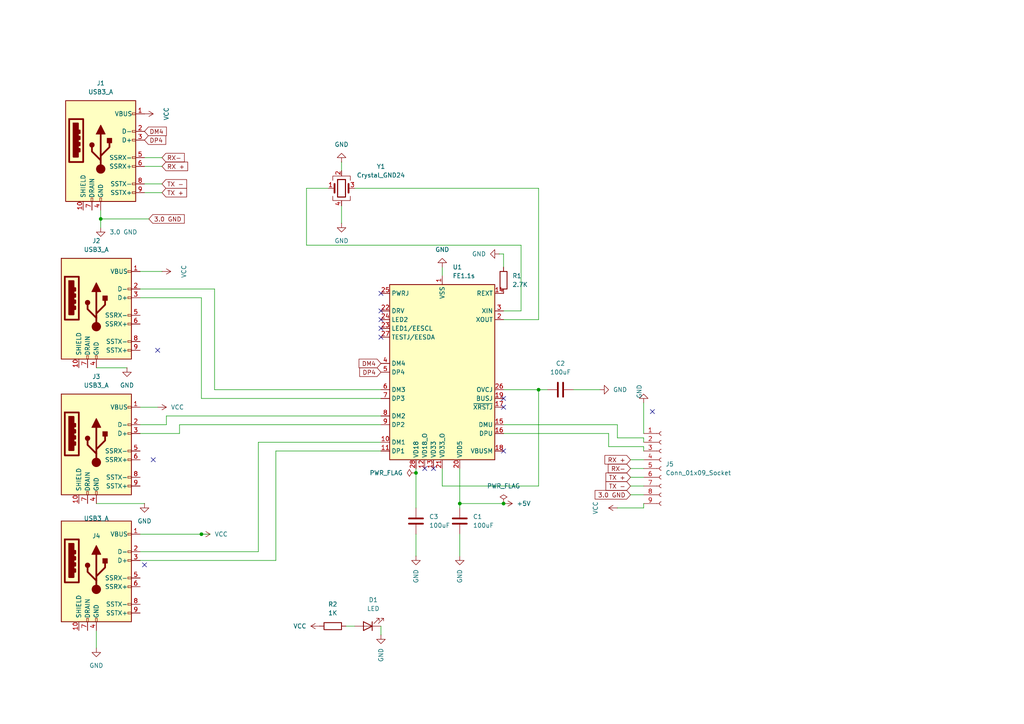
<source format=kicad_sch>
(kicad_sch (version 20231120) (generator "eeschema") (generator_version "8.0")
  (paper "A4")
  (lib_symbols
    (symbol "Connector:Conn_01x09_Socket" (pin_names (offset 1.016) hide)
      (property "Reference" "J" (at 0 12.7 0))
      (property "Value" "Conn_01x09_Socket" (at 0 -12.7 0))
      (symbol "Conn_01x09_Socket_1_1"
        (arc (start 0 -9.652) (mid -0.5058 -10.16) (end 0 -10.668) (stroke (width 0.1524)))
        (arc (start 0 -7.112) (mid -0.5058 -7.62) (end 0 -8.128) (stroke (width 0.1524)))
        (arc (start 0 -4.572) (mid -0.5058 -5.08) (end 0 -5.588) (stroke (width 0.1524)))
        (arc (start 0 -2.032) (mid -0.5058 -2.54) (end 0 -3.048) (stroke (width 0.1524)))
        (polyline (pts (xy -1.27 -10.16) (xy -0.508 -10.16)) (stroke (width 0.1524)))
        (polyline (pts (xy -1.27 -7.62) (xy -0.508 -7.62)) (stroke (width 0.1524)))
        (polyline (pts (xy -1.27 -5.08) (xy -0.508 -5.08)) (stroke (width 0.1524)))
        (polyline (pts (xy -1.27 -2.54) (xy -0.508 -2.54)) (stroke (width 0.1524)))
        (polyline (pts (xy -1.27 0) (xy -0.508 0)) (stroke (width 0.1524)))
        (polyline (pts (xy -1.27 2.54) (xy -0.508 2.54)) (stroke (width 0.1524)))
        (polyline (pts (xy -1.27 5.08) (xy -0.508 5.08)) (stroke (width 0.1524)))
        (polyline (pts (xy -1.27 7.62) (xy -0.508 7.62)) (stroke (width 0.1524)))
        (polyline (pts (xy -1.27 10.16) (xy -0.508 10.16)) (stroke (width 0.1524)))
        (arc (start 0 0.508) (mid -0.5058 0) (end 0 -0.508) (stroke (width 0.1524)))
        (arc (start 0 3.048) (mid -0.5058 2.54) (end 0 2.032) (stroke (width 0.1524)))
        (arc (start 0 5.588) (mid -0.5058 5.08) (end 0 4.572) (stroke (width 0.1524)))
        (arc (start 0 8.128) (mid -0.5058 7.62) (end 0 7.112) (stroke (width 0.1524)))
        (arc (start 0 10.668) (mid -0.5058 10.16) (end 0 9.652) (stroke (width 0.1524)))
        (pin passive line (at -5.08 10.16 0) (length 3.81) (name "Pin_1") (number "1"))
        (pin passive line (at -5.08 7.62 0) (length 3.81) (name "Pin_2") (number "2"))
        (pin passive line (at -5.08 5.08 0) (length 3.81) (name "Pin_3") (number "3"))
        (pin passive line (at -5.08 2.54 0) (length 3.81) (name "Pin_4") (number "4"))
        (pin passive line (at -5.08 0 0) (length 3.81) (name "Pin_5") (number "5"))
        (pin passive line (at -5.08 -2.54 0) (length 3.81) (name "Pin_6") (number "6"))
        (pin passive line (at -5.08 -5.08 0) (length 3.81) (name "Pin_7") (number "7"))
        (pin passive line (at -5.08 -7.62 0) (length 3.81) (name "Pin_8") (number "8"))
        (pin passive line (at -5.08 -10.16 0) (length 3.81) (name "Pin_9") (number "9"))
      )
    )
    (symbol "Connector:USB3_A" (pin_names (offset 1.016))
      (property "Reference" "J" (at -10.16 15.24 0))
      (property "Value" "USB3_A" (at 10.16 15.24 0))
      (symbol "USB3_A_0_0"
        (rectangle (start -9.144 8.636) (end -5.08 -3.81) (stroke (width 0.508)))
        (rectangle (start -7.874 7.366) (end -6.604 -2.286) (stroke (width 0.508)) (fill (type outline)))
        (rectangle (start -6.35 0) (end -6.096 -0.762) (stroke (width 0.508)))
        (rectangle (start -6.35 1.778) (end -6.096 1.016) (stroke (width 0.508)))
        (rectangle (start -6.35 3.556) (end -6.096 2.794) (stroke (width 0.508)))
        (rectangle (start -6.35 5.334) (end -6.096 4.572) (stroke (width 0.508)))
        (rectangle (start -2.794 -15.24) (end -2.286 -14.224))
        (rectangle (start -0.254 -15.24) (end 0.254 -14.224))
        (rectangle (start 10.16 -12.446) (end 9.144 -12.954))
        (rectangle (start 10.16 -9.906) (end 9.144 -10.414))
        (rectangle (start 10.16 -4.826) (end 9.144 -5.334))
        (rectangle (start 10.16 -2.286) (end 9.144 -2.794))
        (rectangle (start 10.16 2.794) (end 9.144 2.286))
        (rectangle (start 10.16 5.334) (end 9.144 4.826))
        (rectangle (start 10.16 10.414) (end 9.144 9.906))
      )
      (symbol "USB3_A_0_1"
        (rectangle (start -10.16 13.97) (end 10.16 -15.24) (stroke (width 0.254)) (fill (type background)))
      )
      (symbol "USB3_A_1_1"
        (circle (center -2.54 1.143) (radius 0.635) (stroke (width 0.254)) (fill (type outline)))
        (circle (center 0 -5.842) (radius 1.27) (fill (type outline)))
        (polyline (pts (xy 0 -5.842) (xy 0 4.318)) (stroke (width 0.508)))
        (polyline (pts (xy 0 -3.302) (xy -2.54 -0.762) (xy -2.54 0.508)) (stroke (width 0.508)))
        (polyline (pts (xy 0 -2.032) (xy 2.54 0.508) (xy 2.54 1.778)) (stroke (width 0.508)))
        (polyline (pts (xy -1.27 4.318) (xy 0 6.858) (xy 1.27 4.318) (xy -1.27 4.318)) (stroke (width 0.254)) (fill (type outline)))
        (rectangle (start 1.905 1.778) (end 3.175 3.048) (stroke (width 0.254)) (fill (type outline)))
        (pin power_in line (at 12.7 10.16 180) (length 2.54) (name "VBUS") (number "1"))
        (pin passive line (at -5.08 -17.78 90) (length 2.54) (name "SHIELD") (number "10"))
        (pin bidirectional line (at 12.7 5.08 180) (length 2.54) (name "D-") (number "2"))
        (pin bidirectional line (at 12.7 2.54 180) (length 2.54) (name "D+") (number "3"))
        (pin power_in line (at 0 -17.78 90) (length 2.54) (name "GND") (number "4"))
        (pin output line (at 12.7 -2.54 180) (length 2.54) (name "SSRX-") (number "5"))
        (pin output line (at 12.7 -5.08 180) (length 2.54) (name "SSRX+") (number "6"))
        (pin passive line (at -2.54 -17.78 90) (length 2.54) (name "DRAIN") (number "7"))
        (pin input line (at 12.7 -10.16 180) (length 2.54) (name "SSTX-") (number "8"))
        (pin input line (at 12.7 -12.7 180) (length 2.54) (name "SSTX+") (number "9"))
      )
    )
    (symbol "Device:C" (pin_numbers hide) (pin_names (offset 0.254))
      (property "Reference" "C" (at 0.635 2.54 0))
      (property "Value" "C" (at 0.635 -2.54 0))
      (symbol "C_0_1"
        (polyline (pts (xy -2.032 -0.762) (xy 2.032 -0.762)) (stroke (width 0.508)))
        (polyline (pts (xy -2.032 0.762) (xy 2.032 0.762)) (stroke (width 0.508)))
      )
      (symbol "C_1_1"
        (pin passive line (at 0 3.81 270) (length 2.794) (name "~") (number "1"))
        (pin passive line (at 0 -3.81 90) (length 2.794) (name "~") (number "2"))
      )
    )
    (symbol "Device:Crystal_GND24" (pin_names (offset 1.016) hide)
      (property "Reference" "Y" (at 3.175 5.08 0))
      (property "Value" "Crystal_GND24" (at 3.175 3.175 0))
      (symbol "Crystal_GND24_0_1"
        (rectangle (start -1.143 2.54) (end 1.143 -2.54) (stroke (width 0.3048)))
        (polyline (pts (xy -2.54 0) (xy -2.032 0)))
        (polyline (pts (xy -2.032 -1.27) (xy -2.032 1.27)) (stroke (width 0.508)))
        (polyline (pts (xy 0 -3.81) (xy 0 -3.556)))
        (polyline (pts (xy 0 3.556) (xy 0 3.81)))
        (polyline (pts (xy 2.032 -1.27) (xy 2.032 1.27)) (stroke (width 0.508)))
        (polyline (pts (xy 2.032 0) (xy 2.54 0)))
        (polyline (pts (xy -2.54 -2.286) (xy -2.54 -3.556) (xy 2.54 -3.556) (xy 2.54 -2.286)))
        (polyline (pts (xy -2.54 2.286) (xy -2.54 3.556) (xy 2.54 3.556) (xy 2.54 2.286)))
      )
      (symbol "Crystal_GND24_1_1"
        (pin passive line (at -3.81 0 0) (length 1.27) (name "1") (number "1"))
        (pin passive line (at 0 5.08 270) (length 1.27) (name "2") (number "2"))
        (pin passive line (at 3.81 0 180) (length 1.27) (name "3") (number "3"))
        (pin passive line (at 0 -5.08 90) (length 1.27) (name "4") (number "4"))
      )
    )
    (symbol "Device:LED" (pin_numbers hide) (pin_names (offset 1.016) hide)
      (property "Reference" "D" (at 0 2.54 0))
      (property "Value" "LED" (at 0 -2.54 0))
      (symbol "LED_0_1"
        (polyline (pts (xy -1.27 -1.27) (xy -1.27 1.27)) (stroke (width 0.254)))
        (polyline (pts (xy -1.27 0) (xy 1.27 0)))
        (polyline (pts (xy 1.27 -1.27) (xy 1.27 1.27) (xy -1.27 0) (xy 1.27 -1.27)) (stroke (width 0.254)))
        (polyline (pts (xy -3.048 -0.762) (xy -4.572 -2.286) (xy -3.81 -2.286) (xy -4.572 -2.286) (xy -4.572 -1.524)))
        (polyline (pts (xy -1.778 -0.762) (xy -3.302 -2.286) (xy -2.54 -2.286) (xy -3.302 -2.286) (xy -3.302 -1.524)))
      )
      (symbol "LED_1_1"
        (pin passive line (at -3.81 0 0) (length 2.54) (name "K") (number "1"))
        (pin passive line (at 3.81 0 180) (length 2.54) (name "A") (number "2"))
      )
    )
    (symbol "Device:R" (pin_numbers hide) (pin_names (offset 0))
      (property "Reference" "R" (at 2.032 0 90))
      (property "Value" "R" (at 0 0 90))
      (symbol "R_0_1"
        (rectangle (start -1.016 -2.54) (end 1.016 2.54) (stroke (width 0.254)))
      )
      (symbol "R_1_1"
        (pin passive line (at 0 3.81 270) (length 1.27) (name "~") (number "1"))
        (pin passive line (at 0 -3.81 90) (length 1.27) (name "~") (number "2"))
      )
    )
    (symbol "Interface_USB:FE1.1s"
      (property "Reference" "U" (at -11.43 26.67 0))
      (property "Value" "FE1.1s" (at 12.7 27.94 0))
      (symbol "FE1.1s_0_1"
        (rectangle (start -15.24 25.4) (end 15.24 -25.4) (stroke (width 0.254)) (fill (type background)))
      )
      (symbol "FE1.1s_1_1"
        (pin power_in line (at 0 -27.94 90) (length 2.54) (name "VSS") (number "1"))
        (pin bidirectional line (at 17.78 20.32 180) (length 2.54) (name "DM1") (number "10"))
        (pin bidirectional line (at 17.78 22.86 180) (length 2.54) (name "DP1") (number "11"))
        (pin power_out line (at 5.08 27.94 270) (length 2.54) (name "VD18_O") (number "12"))
        (pin power_in line (at 2.54 27.94 270) (length 2.54) (name "VD33") (number "13"))
        (pin passive line (at -17.78 -22.86 0) (length 2.54) (name "REXT") (number "14"))
        (pin bidirectional line (at -17.78 15.24 0) (length 2.54) (name "DMU") (number "15"))
        (pin bidirectional line (at -17.78 17.78 0) (length 2.54) (name "DPU") (number "16"))
        (pin input line (at -17.78 10.16 0) (length 2.54) (name "~{XRSTJ}") (number "17"))
        (pin input line (at -17.78 22.86 0) (length 2.54) (name "VBUSM") (number "18"))
        (pin input line (at -17.78 7.62 0) (length 2.54) (name "BUSJ") (number "19"))
        (pin output line (at -17.78 -15.24 0) (length 2.54) (name "XOUT") (number "2"))
        (pin power_in line (at -5.08 27.94 270) (length 2.54) (name "VDD5") (number "20"))
        (pin power_out line (at 0 27.94 270) (length 2.54) (name "VD33_O") (number "21"))
        (pin bidirectional line (at 17.78 -17.78 180) (length 2.54) (name "DRV") (number "22"))
        (pin bidirectional line (at 17.78 -12.7 180) (length 2.54) (name "LED1/EESCL") (number "23"))
        (pin bidirectional line (at 17.78 -15.24 180) (length 2.54) (name "LED2") (number "24"))
        (pin output line (at 17.78 -22.86 180) (length 2.54) (name "PWRJ") (number "25"))
        (pin input line (at -17.78 5.08 0) (length 2.54) (name "OVCJ") (number "26"))
        (pin bidirectional line (at 17.78 -10.16 180) (length 2.54) (name "TESTJ/EESDA") (number "27"))
        (pin power_in line (at 7.62 27.94 270) (length 2.54) (name "VD18") (number "28"))
        (pin input line (at -17.78 -17.78 0) (length 2.54) (name "XIN") (number "3"))
        (pin bidirectional line (at 17.78 -2.54 180) (length 2.54) (name "DM4") (number "4"))
        (pin bidirectional line (at 17.78 0 180) (length 2.54) (name "DP4") (number "5"))
        (pin bidirectional line (at 17.78 5.08 180) (length 2.54) (name "DM3") (number "6"))
        (pin bidirectional line (at 17.78 7.62 180) (length 2.54) (name "DP3") (number "7"))
        (pin bidirectional line (at 17.78 12.7 180) (length 2.54) (name "DM2") (number "8"))
        (pin bidirectional line (at 17.78 15.24 180) (length 2.54) (name "DP2") (number "9"))
      )
    )
    (symbol "power:GND" (power) (pin_numbers hide) (pin_names (offset 0) hide)
      (property "Value" "GND" (at 0 -3.81 0))
      (symbol "GND_0_1"
        (polyline (pts (xy 0 0) (xy 0 -1.27) (xy 1.27 -1.27) (xy 0 -2.54) (xy -1.27 -1.27) (xy 0 -1.27)))
      )
      (symbol "GND_1_1"
        (pin power_in line (at 0 0 270) (length 0) (name "~") (number "1"))
      )
    )
    (symbol "power:PWR_FLAG" (power) (pin_numbers hide) (pin_names (offset 0) hide)
      (property "Value" "PWR_FLAG" (at 0 3.81 0))
      (symbol "PWR_FLAG_0_0"
        (pin power_out line (at 0 0 90) (length 0) (name "~") (number "1"))
      )
      (symbol "PWR_FLAG_0_1"
        (polyline (pts (xy 0 0) (xy 0 1.27) (xy -1.016 1.905) (xy 0 2.54) (xy 1.016 1.905) (xy 0 1.27)))
      )
    )
    (symbol "power:VCC" (power) (pin_numbers hide) (pin_names (offset 0) hide)
      (property "Value" "VCC" (at 0 3.556 0))
      (symbol "VCC_0_1"
        (polyline (pts (xy -0.762 1.27) (xy 0 2.54)))
        (polyline (pts (xy 0 0) (xy 0 2.54)))
        (polyline (pts (xy 0 2.54) (xy 0.762 1.27)))
      )
      (symbol "VCC_1_1"
        (pin power_in line (at 0 0 90) (length 0) (name "~") (number "1"))
      )
    )
  )
  (junction (at 120.65 137.16))
  (junction (at 29.21 63.5))
  (junction (at 133.35 146.05))
  (junction (at 156.21 113.03))
  (junction (at 58.42 154.94))
  (junction (at 146.05 146.05))
  (no_connect (at 146.05 118.11))
  (no_connect (at 110.49 90.17))
  (no_connect (at 146.05 130.81))
  (no_connect (at 41.91 163.83))
  (no_connect (at 110.49 97.79))
  (no_connect (at 125.73 135.89))
  (no_connect (at 45.72 101.6))
  (no_connect (at 189.23 119.38))
  (no_connect (at 44.45 133.35))
  (no_connect (at 110.49 95.25))
  (no_connect (at 146.05 115.57))
  (no_connect (at 123.19 135.89))
  (no_connect (at 110.49 85.09))
  (no_connect (at 110.49 92.71))
  (wire (pts (xy 41.91 48.26) (xy 46.99 48.26)))
  (wire (pts (xy 80.01 130.81) (xy 110.49 130.81)))
  (wire (pts (xy 120.65 154.94) (xy 120.65 161.29)))
  (wire (pts (xy 182.88 140.97) (xy 186.69 140.97)))
  (wire (pts (xy 182.88 133.35) (xy 186.69 133.35)))
  (wire (pts (xy 146.05 92.71) (xy 156.21 92.71)))
  (wire (pts (xy 133.35 135.89) (xy 133.35 146.05)))
  (wire (pts (xy 146.05 90.17) (xy 151.13 90.17)))
  (wire (pts (xy 133.35 146.05) (xy 133.35 147.32)))
  (wire (pts (xy 27.94 106.68) (xy 36.83 106.68)))
  (wire (pts (xy 182.88 135.89) (xy 186.69 135.89)))
  (wire (pts (xy 156.21 140.97) (xy 156.21 113.03)))
  (wire (pts (xy 156.21 113.03) (xy 158.75 113.03)))
  (wire (pts (xy 27.94 146.05) (xy 41.91 146.05)))
  (wire (pts (xy 166.37 113.03) (xy 173.99 113.03)))
  (wire (pts (xy 40.64 83.82) (xy 62.23 83.82)))
  (wire (pts (xy 41.91 45.72) (xy 46.99 45.72)))
  (wire (pts (xy 179.07 147.32) (xy 186.69 147.32)))
  (wire (pts (xy 40.64 123.19) (xy 48.26 123.19)))
  (wire (pts (xy 74.93 128.27) (xy 110.49 128.27)))
  (wire (pts (xy 95.25 54.61) (xy 88.9 54.61)))
  (wire (pts (xy 146.05 73.66) (xy 146.05 77.47)))
  (wire (pts (xy 120.65 137.16) (xy 120.65 147.32)))
  (wire (pts (xy 120.65 135.89) (xy 120.65 137.16)))
  (wire (pts (xy 60.96 154.94) (xy 58.42 154.94)))
  (wire (pts (xy 133.35 154.94) (xy 133.35 161.29)))
  (wire (pts (xy 40.64 162.56) (xy 80.01 162.56)))
  (wire (pts (xy 99.06 46.99) (xy 99.06 49.53)))
  (wire (pts (xy 52.07 123.19) (xy 110.49 123.19)))
  (wire (pts (xy 29.21 66.04) (xy 29.21 63.5)))
  (wire (pts (xy 186.69 116.84) (xy 186.69 125.73)))
  (wire (pts (xy 100.33 181.61) (xy 102.87 181.61)))
  (wire (pts (xy 40.64 86.36) (xy 58.42 86.36)))
  (wire (pts (xy 128.27 77.47) (xy 128.27 80.01)))
  (wire (pts (xy 40.64 154.94) (xy 58.42 154.94)))
  (wire (pts (xy 110.49 181.61) (xy 110.49 184.15)))
  (wire (pts (xy 176.53 125.73) (xy 176.53 129.54)))
  (wire (pts (xy 74.93 160.02) (xy 74.93 128.27)))
  (wire (pts (xy 58.42 115.57) (xy 110.49 115.57)))
  (wire (pts (xy 99.06 59.69) (xy 99.06 64.77)))
  (wire (pts (xy 182.88 143.51) (xy 186.69 143.51)))
  (wire (pts (xy 40.64 125.73) (xy 52.07 125.73)))
  (wire (pts (xy 41.91 53.34) (xy 46.99 53.34)))
  (wire (pts (xy 40.64 78.74) (xy 46.99 78.74)))
  (wire (pts (xy 176.53 129.54) (xy 186.69 129.54)))
  (wire (pts (xy 80.01 162.56) (xy 80.01 130.81)))
  (wire (pts (xy 146.05 113.03) (xy 156.21 113.03)))
  (wire (pts (xy 133.35 146.05) (xy 146.05 146.05)))
  (wire (pts (xy 179.07 123.19) (xy 179.07 127)))
  (wire (pts (xy 144.78 73.66) (xy 146.05 73.66)))
  (wire (pts (xy 48.26 120.65) (xy 110.49 120.65)))
  (wire (pts (xy 29.21 63.5) (xy 43.18 63.5)))
  (wire (pts (xy 146.05 123.19) (xy 179.07 123.19)))
  (wire (pts (xy 128.27 140.97) (xy 156.21 140.97)))
  (wire (pts (xy 151.13 71.12) (xy 151.13 90.17)))
  (wire (pts (xy 186.69 127) (xy 186.69 128.27)))
  (wire (pts (xy 62.23 83.82) (xy 62.23 113.03)))
  (wire (pts (xy 40.64 118.11) (xy 45.72 118.11)))
  (wire (pts (xy 29.21 63.5) (xy 29.21 60.96)))
  (wire (pts (xy 41.91 55.88) (xy 46.99 55.88)))
  (wire (pts (xy 186.69 147.32) (xy 186.69 146.05)))
  (wire (pts (xy 48.26 123.19) (xy 48.26 120.65)))
  (wire (pts (xy 102.87 54.61) (xy 156.21 54.61)))
  (wire (pts (xy 179.07 127) (xy 186.69 127)))
  (wire (pts (xy 156.21 54.61) (xy 156.21 92.71)))
  (wire (pts (xy 58.42 86.36) (xy 58.42 115.57)))
  (wire (pts (xy 186.69 129.54) (xy 186.69 130.81)))
  (wire (pts (xy 88.9 54.61) (xy 88.9 71.12)))
  (wire (pts (xy 88.9 71.12) (xy 151.13 71.12)))
  (wire (pts (xy 128.27 135.89) (xy 128.27 140.97)))
  (wire (pts (xy 40.64 160.02) (xy 74.93 160.02)))
  (wire (pts (xy 52.07 125.73) (xy 52.07 123.19)))
  (wire (pts (xy 182.88 138.43) (xy 186.69 138.43)))
  (wire (pts (xy 62.23 113.03) (xy 110.49 113.03)))
  (wire (pts (xy 146.05 125.73) (xy 176.53 125.73)))
  (wire (pts (xy 27.94 182.88) (xy 27.94 187.96)))
  (global_label "3.0 GND" (shape input) (at 182.88 143.51 180) (property "Intersheetrefs" "${INTERSHEET_REFS}" (effects (hide yes))))
  (global_label "RX +" (shape input) (at 46.99 48.26 0) (property "Intersheetrefs" "${INTERSHEET_REFS}" (effects (hide yes))))
  (global_label "DM4" (shape input) (at 110.49 105.41 180) (property "Intersheetrefs" "${INTERSHEET_REFS}" (effects (hide yes))))
  (global_label "TX +" (shape input) (at 182.88 138.43 180) (property "Intersheetrefs" "${INTERSHEET_REFS}" (effects (hide yes))))
  (global_label "TX -" (shape input) (at 46.99 53.34 0) (property "Intersheetrefs" "${INTERSHEET_REFS}" (effects (hide yes))))
  (global_label "DM4" (shape input) (at 41.91 38.1 0) (property "Intersheetrefs" "${INTERSHEET_REFS}" (effects (hide yes))))
  (global_label "TX +" (shape input) (at 46.99 55.88 0) (property "Intersheetrefs" "${INTERSHEET_REFS}" (effects (hide yes))))
  (global_label "RX-" (shape input) (at 46.99 45.72 0) (property "Intersheetrefs" "${INTERSHEET_REFS}" (effects (hide yes))))
  (global_label "DP4" (shape input) (at 110.49 107.95 180) (property "Intersheetrefs" "${INTERSHEET_REFS}" (effects (hide yes))))
  (global_label "TX -" (shape input) (at 182.88 140.97 180) (property "Intersheetrefs" "${INTERSHEET_REFS}" (effects (hide yes))))
  (global_label "DP4" (shape input) (at 41.91 40.64 0) (property "Intersheetrefs" "${INTERSHEET_REFS}" (effects (hide yes))))
  (global_label "3.0 GND" (shape input) (at 43.18 63.5 0) (property "Intersheetrefs" "${INTERSHEET_REFS}" (effects (hide yes))))
  (global_label "RX +" (shape input) (at 182.88 133.35 180) (property "Intersheetrefs" "${INTERSHEET_REFS}" (effects (hide yes))))
  (global_label "RX-" (shape input) (at 182.88 135.89 180) (property "Intersheetrefs" "${INTERSHEET_REFS}" (effects (hide yes))))
  (symbol (lib_id "power:VCC") (at 45.72 118.11 270) (unit 1)
    (property "Reference" "#PWR014" (effects (hide yes)))
    (property "Value" "VCC" (at 49.53 118.1099 90) (effects (justify left)))
    (property "Description" "Power symbol creates a global label with name \"VCC\"" (effects (hide yes)))
  )
  (symbol (lib_id "power:PWR_FLAG") (at 120.65 137.16 90) (unit 1)
    (property "Reference" "#FLG03" (effects (hide yes)))
    (property "Value" "PWR_FLAG" (at 116.84 137.1599 90) (effects (justify left)))
    (property "Description" "Special symbol for telling ERC where power comes from" (effects (hide yes)))
  )
  (symbol (lib_id "power:GND") (at 110.49 184.15 0) (unit 1)
    (property "Reference" "#PWR018" (effects (hide yes)))
    (property "Value" "GND" (at 110.4901 187.96 90) (effects (justify right)))
    (property "Description" "Power symbol creates a global label with name \"GND\" , ground" (effects (hide yes)))
  )
  (symbol (lib_id "Device:C") (at 120.65 151.13 0) (unit 1)
    (property "Reference" "C3" (at 124.46 149.8599 0) (effects (justify left)))
    (property "Value" "100uF" (at 124.46 152.3999 0) (effects (justify left)))
    (property "Footprint" "Capacitor_SMD:C_1206_3216Metric_Pad1.33x1.80mm_HandSolder" (effects (hide yes)))
    (property "Description" "Unpolarized capacitor" (effects (hide yes)))
  )
  (symbol (lib_id "Interface_USB:FE1.1s") (at 128.27 107.95 180) (unit 1)
    (property "Reference" "U1" (at 131.2865 77.47 0) (effects (justify right)))
    (property "Value" "FE1.1s" (at 131.2865 80.01 0) (effects (justify right)))
    (property "Footprint" "Package_SO:SSOP-28_3.9x9.9mm_P0.635mm" (effects (hide yes)))
    (property "Datasheet" "https://cdn-shop.adafruit.com/product-files/2991/FE1.1s+Data+Sheet+(Rev.+1.0).pdf" (effects (hide yes)))
    (property "Description" "USB 2.0 High Speed 4-Port Hub Controller, SSOP-28" (effects (hide yes)))
  )
  (symbol (lib_id "power:VCC") (at 179.07 147.32 90) (unit 1)
    (property "Reference" "#PWR019" (effects (hide yes)))
    (property "Value" "VCC" (at 172.72 147.32 0))
    (property "Description" "Power symbol creates a global label with name \"VCC\"" (effects (hide yes)))
  )
  (symbol (lib_id "power:GND") (at 144.78 73.66 270) (unit 1)
    (property "Reference" "#PWR09" (effects (hide yes)))
    (property "Value" "GND" (at 140.97 73.6599 90) (effects (justify right)))
    (property "Description" "Power symbol creates a global label with name \"GND\" , ground" (effects (hide yes)))
  )
  (symbol (lib_id "power:PWR_FLAG") (at 146.05 146.05 0) (unit 1)
    (property "Reference" "#FLG02" (effects (hide yes)))
    (property "Value" "PWR_FLAG" (at 146.05 140.97 0))
    (property "Description" "Special symbol for telling ERC where power comes from" (effects (hide yes)))
  )
  (symbol (lib_id "Connector:Conn_01x09_Socket") (at 191.77 135.89 0) (unit 1)
    (property "Reference" "J5" (at 193.04 134.6199 0) (effects (justify left)))
    (property "Value" "Conn_01x09_Socket" (at 193.04 137.1599 0) (effects (justify left)))
    (property "Footprint" "Connector_PinSocket_2.54mm:PinSocket_1x09_P2.54mm_Vertical_SMD_Pin1Left" (effects (hide yes)))
    (property "Description" "Generic connector, single row, 01x09, script generated" (effects (hide yes)))
  )
  (symbol (lib_id "Device:C") (at 162.56 113.03 90) (unit 1)
    (property "Reference" "C2" (at 162.56 105.41 90))
    (property "Value" "100uF" (at 162.56 107.95 90))
    (property "Footprint" "Capacitor_SMD:C_1206_3216Metric_Pad1.33x1.80mm_HandSolder" (effects (hide yes)))
    (property "Description" "Unpolarized capacitor" (effects (hide yes)))
  )
  (symbol (lib_id "power:GND") (at 186.69 116.84 180) (unit 1)
    (property "Reference" "#PWR016" (effects (hide yes)))
    (property "Value" "GND" (at 185.42 113.538 90))
    (property "Description" "Power symbol creates a global label with name \"GND\" , ground" (effects (hide yes)))
  )
  (symbol (lib_id "power:VCC") (at 46.99 78.74 270) (unit 1)
    (property "Reference" "#PWR013" (effects (hide yes)))
    (property "Value" "VCC" (at 53.34 78.74 0))
    (property "Description" "Power symbol creates a global label with name \"VCC\"" (effects (hide yes)))
  )
  (symbol (lib_id "power:GND") (at 99.06 64.77 0) (unit 1)
    (property "Reference" "#PWR012" (effects (hide yes)))
    (property "Value" "GND" (at 99.06 69.85 0))
    (property "Description" "Power symbol creates a global label with name \"GND\" , ground" (effects (hide yes)))
  )
  (symbol (lib_id "power:GND") (at 133.35 161.29 0) (unit 1)
    (property "Reference" "#PWR01" (effects (hide yes)))
    (property "Value" "GND" (at 133.3501 165.1 90) (effects (justify right)))
    (property "Description" "Power symbol creates a global label with name \"GND\" , ground" (effects (hide yes)))
  )
  (symbol (lib_id "Connector:USB3_A") (at 27.94 165.1 0) (unit 1)
    (property "Reference" "J4" (at 27.94 155.448 0))
    (property "Value" "USB3_A" (at 27.94 150.368 0))
    (property "Footprint" "SS-52000-004:BEL_SS-52000-004" (effects (hide yes)))
    (property "Description" "USB 3.0 A connector" (effects (hide yes)))
  )
  (symbol (lib_id "power:GND") (at 128.27 77.47 180) (unit 1)
    (property "Reference" "#PWR010" (effects (hide yes)))
    (property "Value" "GND" (at 128.27 72.39 0))
    (property "Description" "Power symbol creates a global label with name \"GND\" , ground" (effects (hide yes)))
  )
  (symbol (lib_id "power:GND") (at 173.99 113.03 90) (unit 1)
    (property "Reference" "#PWR02" (effects (hide yes)))
    (property "Value" "GND" (at 177.8 113.0299 90) (effects (justify right)))
    (property "Description" "Power symbol creates a global label with name \"GND\" , ground" (effects (hide yes)))
  )
  (symbol (lib_id "power:VCC") (at 41.91 33.02 270) (unit 1)
    (property "Reference" "#PWR011" (effects (hide yes)))
    (property "Value" "VCC" (at 48.26 33.02 0))
    (property "Description" "Power symbol creates a global label with name \"VCC\"" (effects (hide yes)))
  )
  (symbol (lib_id "Connector:USB3_A") (at 27.94 88.9 0) (unit 1)
    (property "Reference" "J2" (at 27.94 69.85 0))
    (property "Value" "USB3_A" (at 27.94 72.39 0))
    (property "Footprint" "SS-52000-004:BEL_SS-52000-004" (effects (hide yes)))
    (property "Description" "USB 3.0 A connector" (effects (hide yes)))
  )
  (symbol (lib_id "Device:LED") (at 106.68 181.61 180) (unit 1)
    (property "Reference" "D1" (at 108.2675 173.99 0))
    (property "Value" "LED" (at 108.2675 176.53 0))
    (property "Footprint" "LED_THT:LED_D3.0mm_Clear" (effects (hide yes)))
    (property "Description" "Light emitting diode" (effects (hide yes)))
  )
  (symbol (lib_id "Device:Crystal_GND24") (at 99.06 54.61 0) (unit 1)
    (property "Reference" "Y1" (at 110.49 48.2914 0))
    (property "Value" "Crystal_GND24" (at 110.49 50.8314 0))
    (property "Footprint" "Oscillator:Oscillator_SMD_Abracon_ASE-4Pin_3.2x2.5mm_HandSoldering" (effects (hide yes)))
    (property "Description" "Four pin crystal, GND on pins 2 and 4" (effects (hide yes)))
  )
  (symbol (lib_id "power:VCC") (at 58.42 154.94 270) (unit 1)
    (property "Reference" "#PWR015" (effects (hide yes)))
    (property "Value" "VCC" (at 62.23 154.9399 90) (effects (justify left)))
    (property "Description" "Power symbol creates a global label with name \"VCC\"" (effects (hide yes)))
  )
  (symbol (lib_id "Device:C") (at 133.35 151.13 0) (unit 1)
    (property "Reference" "C1" (at 137.16 149.8599 0) (effects (justify left)))
    (property "Value" "100uF" (at 137.16 152.3999 0) (effects (justify left)))
    (property "Footprint" "Capacitor_SMD:C_1206_3216Metric_Pad1.33x1.80mm_HandSolder" (effects (hide yes)))
    (property "Description" "Unpolarized capacitor" (effects (hide yes)))
  )
  (symbol (lib_id "power:GND") (at 27.94 187.96 0) (unit 1)
    (property "Reference" "#PWR08" (effects (hide yes)))
    (property "Value" "GND" (at 27.94 193.04 0))
    (property "Description" "Power symbol creates a global label with name \"GND\" , ground" (effects (hide yes)))
  )
  (symbol (lib_id "power:GND") (at 36.83 106.68 0) (unit 1)
    (property "Reference" "#PWR06" (effects (hide yes)))
    (property "Value" "GND" (at 36.83 111.76 0))
    (property "Description" "Power symbol creates a global label with name \"GND\" , ground" (effects (hide yes)))
  )
  (symbol (lib_id "Device:R") (at 146.05 81.28 0) (unit 1)
    (property "Reference" "R1" (at 148.59 80.0099 0) (effects (justify left)))
    (property "Value" "2.7K" (at 148.59 82.5499 0) (effects (justify left)))
    (property "Footprint" "Resistor_SMD:R_1206_3216Metric_Pad1.30x1.75mm_HandSolder" (effects (hide yes)))
    (property "Description" "Resistor" (effects (hide yes)))
  )
  (symbol (lib_id "Connector:USB3_A") (at 27.94 128.27 0) (unit 1)
    (property "Reference" "J3" (at 27.94 109.22 0))
    (property "Value" "USB3_A" (at 27.94 111.76 0))
    (property "Footprint" "SS-52000-004:BEL_SS-52000-004" (effects (hide yes)))
    (property "Description" "USB 3.0 A connector" (effects (hide yes)))
  )
  (symbol (lib_id "power:VCC") (at 146.05 146.05 270) (unit 1)
    (property "Reference" "#PWR017" (effects (hide yes)))
    (property "Value" "+5V" (at 149.86 146.0499 90) (effects (justify left)))
    (property "Description" "Power symbol creates a global label with name \"VCC\"" (effects (hide yes)))
  )
  (symbol (lib_id "power:VCC") (at 92.71 181.61 90) (unit 1)
    (property "Reference" "#PWR020" (effects (hide yes)))
    (property "Value" "VCC" (at 88.9 181.6099 90) (effects (justify left)))
    (property "Description" "Power symbol creates a global label with name \"VCC\"" (effects (hide yes)))
  )
  (symbol (lib_id "power:GND") (at 41.91 146.05 0) (unit 1)
    (property "Reference" "#PWR07" (effects (hide yes)))
    (property "Value" "GND" (at 41.91 151.13 0))
    (property "Description" "Power symbol creates a global label with name \"GND\" , ground" (effects (hide yes)))
  )
  (symbol (lib_id "Device:R") (at 96.52 181.61 270) (unit 1)
    (property "Reference" "R2" (at 96.52 175.26 90))
    (property "Value" "1K" (at 96.52 177.8 90))
    (property "Footprint" "Resistor_SMD:R_1206_3216Metric_Pad1.30x1.75mm_HandSolder" (effects (hide yes)))
    (property "Description" "Resistor" (effects (hide yes)))
  )
  (symbol (lib_id "power:GND") (at 120.65 161.29 0) (unit 1)
    (property "Reference" "#PWR03" (effects (hide yes)))
    (property "Value" "GND" (at 120.6501 165.1 90) (effects (justify right)))
    (property "Description" "Power symbol creates a global label with name \"GND\" , ground" (effects (hide yes)))
  )
  (symbol (lib_id "power:GND") (at 29.21 66.04 0) (unit 1)
    (property "Reference" "#PWR05" (effects (hide yes)))
    (property "Value" "3.0 GND" (at 31.75 67.3099 0) (effects (justify left)))
    (property "Description" "Power symbol creates a global label with name \"GND\" , ground" (effects (hide yes)))
  )
  (symbol (lib_id "power:GND") (at 99.06 46.99 180) (unit 1)
    (property "Reference" "#PWR04" (effects (hide yes)))
    (property "Value" "GND" (at 99.06 41.91 0))
    (property "Description" "Power symbol creates a global label with name \"GND\" , ground" (effects (hide yes)))
  )
  (symbol (lib_id "Connector:USB3_A") (at 29.21 43.18 0) (unit 1)
    (property "Reference" "J1" (at 29.21 24.13 0))
    (property "Value" "USB3_A" (at 29.21 26.67 0))
    (property "Footprint" "SS-52000-004:BEL_SS-52000-004" (effects (hide yes)))
    (property "Description" "USB 3.0 A connector" (effects (hide yes)))
  )
)
</source>
